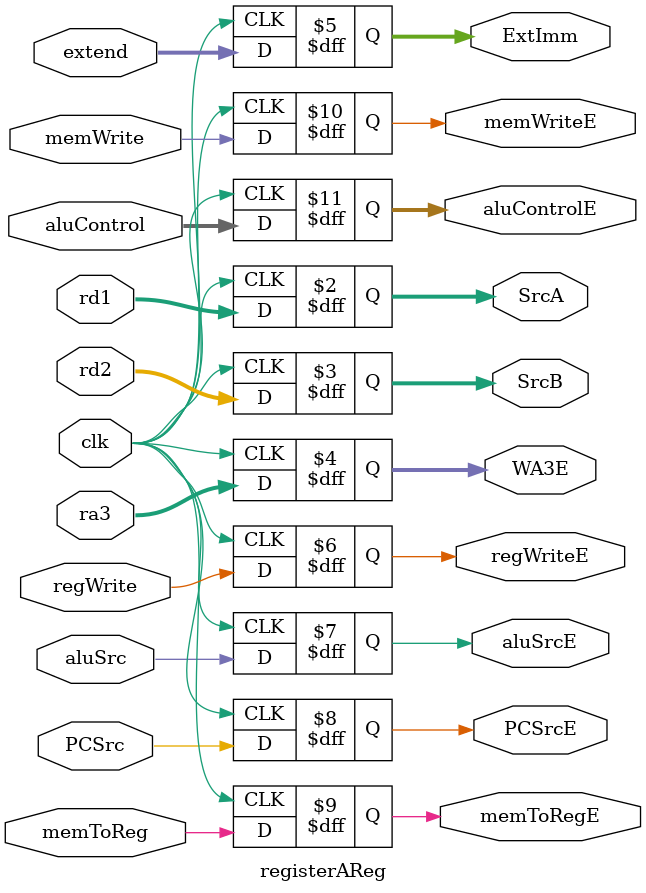
<source format=sv>
module registerAReg(input logic [23:0] rd1, input logic [23:0] rd2, input logic [3:0] ra3, input logic [23:0] extend, 
			input logic clk, regWrite, aluSrc, PCSrc,memToReg, memWrite, 
			input logic [1:0]  aluControl, output logic [23:0] SrcA, SrcB, 
			output logic [3:0] WA3E, output logic [23:0] ExtImm, output logic regWriteE, aluSrcE, PCSrcE,memToRegE, memWriteE,
			output logic [1:0]  aluControlE);
	always_ff @(posedge clk) begin        
       SrcA <= rd1;
		 SrcB <= rd2;
		 ExtImm <= extend;
		 WA3E <= ra3;
		 regWriteE <= regWrite;
		 aluSrcE <= aluSrc;
		 PCSrcE <= PCSrc;
		 memToRegE <= memToReg;
		 memWriteE <= memWrite;
		 aluControlE <= aluControl;
		 //assign MemWrite = MemW & zeroFlag; any flag
	end
endmodule 
</source>
